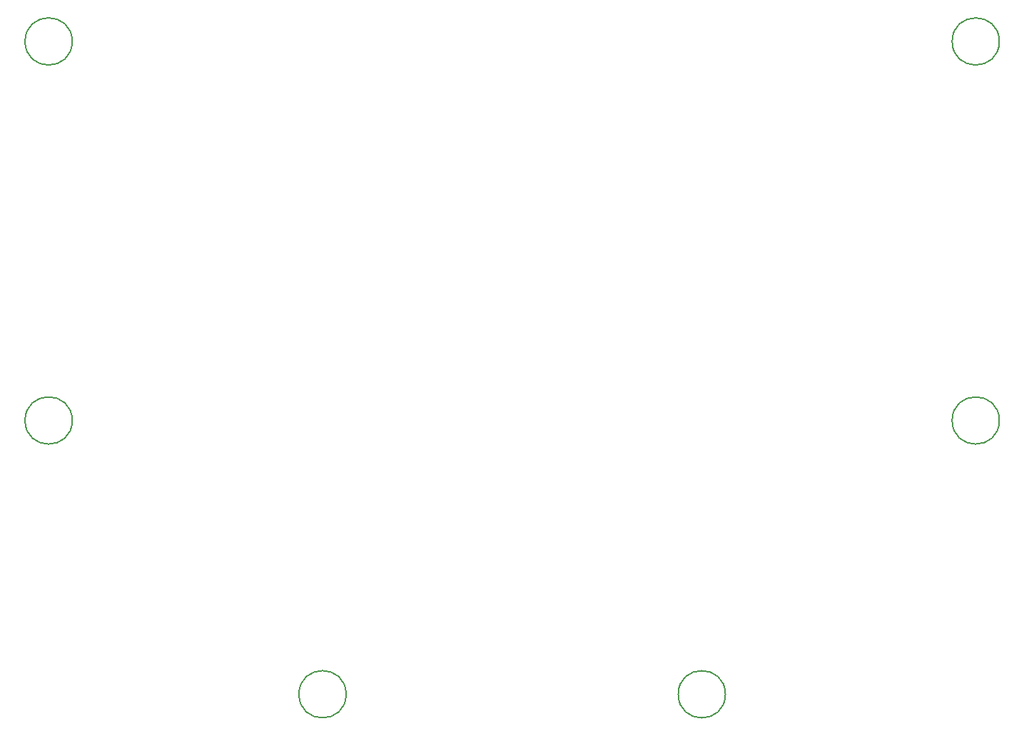
<source format=gbr>
%TF.GenerationSoftware,KiCad,Pcbnew,7.0.5-0*%
%TF.CreationDate,2024-01-08T12:29:38+01:00*%
%TF.ProjectId,mollusc_motion_board,6d6f6c6c-7573-4635-9f6d-6f74696f6e5f,rev?*%
%TF.SameCoordinates,Original*%
%TF.FileFunction,Other,Comment*%
%FSLAX46Y46*%
G04 Gerber Fmt 4.6, Leading zero omitted, Abs format (unit mm)*
G04 Created by KiCad (PCBNEW 7.0.5-0) date 2024-01-08 12:29:38*
%MOMM*%
%LPD*%
G01*
G04 APERTURE LIST*
%ADD10C,0.150000*%
G04 APERTURE END LIST*
D10*
%TO.C,H3*%
X-29700000Y-77500000D02*
G75*
G03*
X-29700000Y-77500000I-2800000J0D01*
G01*
%TO.C,H1*%
X-107200000Y0D02*
G75*
G03*
X-107200000Y0I-2800000J0D01*
G01*
%TO.C,H2*%
X-74700000Y-77500000D02*
G75*
G03*
X-74700000Y-77500000I-2800000J0D01*
G01*
%TO.C,H4*%
X-107200000Y-45000000D02*
G75*
G03*
X-107200000Y-45000000I-2800000J0D01*
G01*
%TO.C,H5*%
X2800000Y0D02*
G75*
G03*
X2800000Y0I-2800000J0D01*
G01*
%TO.C,H6*%
X2800000Y-45000000D02*
G75*
G03*
X2800000Y-45000000I-2800000J0D01*
G01*
%TD*%
M02*

</source>
